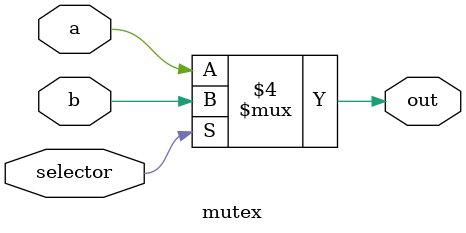
<source format=v>
module mutex(input a, b, selector, output reg out);

   always @(a, b, selector)

     begin

	if(selector == 1)
	  out = b;
	else
	  out = a;
	
     end
   
endmodule // mutex

</source>
